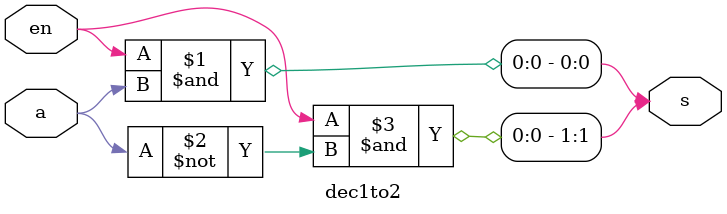
<source format=v>

module dec1to2(
	input 	wire a,en,
	output	wire[1:0] s
);

	//assign s = {en & ~a, en & a};

	assign s[0] = en & a;

	assign s[1] = en & ~a;

endmodule
</source>
